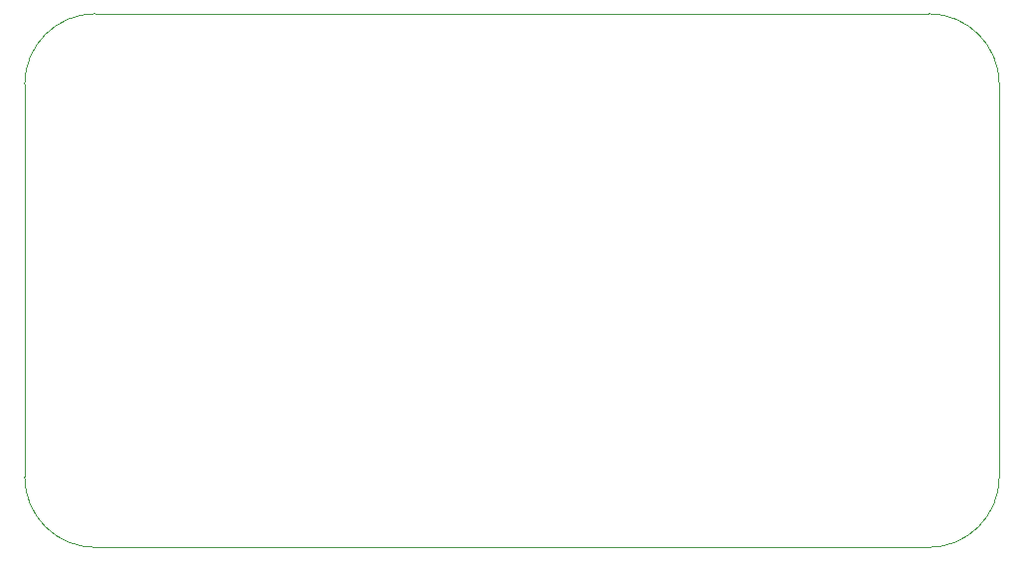
<source format=gbr>
%TF.GenerationSoftware,KiCad,Pcbnew,9.0.6*%
%TF.CreationDate,2025-12-26T10:16:47+09:00*%
%TF.ProjectId,fsk-traffic,66736b2d-7472-4616-9666-69632e6b6963,rev?*%
%TF.SameCoordinates,Original*%
%TF.FileFunction,Profile,NP*%
%FSLAX46Y46*%
G04 Gerber Fmt 4.6, Leading zero omitted, Abs format (unit mm)*
G04 Created by KiCad (PCBNEW 9.0.6) date 2025-12-26 10:16:47*
%MOMM*%
%LPD*%
G01*
G04 APERTURE LIST*
%TA.AperFunction,Profile*%
%ADD10C,0.050000*%
%TD*%
G04 APERTURE END LIST*
D10*
X179700000Y-125400000D02*
X108700000Y-125400000D01*
X185700000Y-119400000D02*
G75*
G02*
X179700000Y-125400000I-6000000J0D01*
G01*
X179700000Y-79900000D02*
G75*
G02*
X185700000Y-85900000I0J-6000000D01*
G01*
X108700000Y-125400000D02*
G75*
G02*
X102700000Y-119400000I0J6000000D01*
G01*
X102700000Y-119400000D02*
X102700000Y-85900000D01*
X102700000Y-85900000D02*
G75*
G02*
X108700000Y-79900000I6000000J0D01*
G01*
X185700000Y-119400000D02*
X185700000Y-85900000D01*
X108700000Y-79900000D02*
X179700000Y-79900000D01*
M02*

</source>
